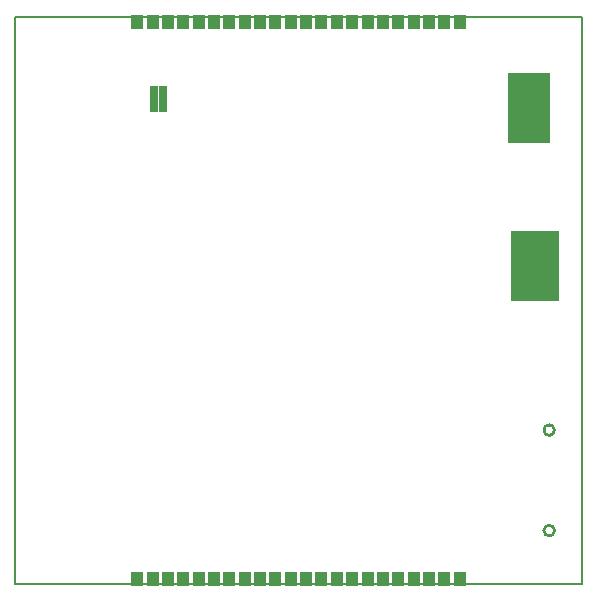
<source format=gbs>
%FSLAX25Y25*%
%MOIN*%
G70*
G01*
G75*
G04 Layer_Color=16711935*
%ADD10C,0.01500*%
%ADD11C,0.00800*%
%ADD12C,0.01000*%
%ADD13R,0.07874X0.07874*%
%ADD14O,0.01969X0.03543*%
%ADD15R,0.01969X0.03543*%
%ADD16O,0.01969X0.03543*%
%ADD17R,0.03937X0.05118*%
%ADD18R,0.02362X0.02362*%
%ADD19R,0.02756X0.03347*%
%ADD20R,0.02362X0.02362*%
%ADD21R,0.03347X0.02756*%
%ADD22R,0.07874X0.07874*%
%ADD23R,0.01181X0.01378*%
%ADD24R,0.00984X0.01378*%
%ADD25R,0.01181X0.01181*%
%ADD26R,0.03937X0.03150*%
%ADD27R,0.07874X0.06000*%
%ADD28R,0.07000X0.03150*%
%ADD29R,0.08268X0.02756*%
%ADD30R,0.04843X0.02559*%
%ADD31R,0.03347X0.01575*%
%ADD32R,0.11811X0.08661*%
%ADD33R,0.05906X0.03937*%
%ADD34R,0.03937X0.02362*%
%ADD35O,0.04724X0.00984*%
%ADD36O,0.00984X0.04724*%
%ADD37O,0.01772X0.04724*%
%ADD38O,0.04724X0.01772*%
%ADD39R,0.01772X0.04724*%
%ADD40R,0.06693X0.07874*%
%ADD41R,0.15748X0.09843*%
%ADD42R,0.07087X0.08661*%
%ADD43O,0.05906X0.09843*%
%ADD44R,0.05315X0.02559*%
%ADD45R,0.02362X0.03937*%
%ADD46R,0.02362X0.05906*%
%ADD47R,0.09843X0.01969*%
%ADD48R,0.03150X0.03937*%
%ADD49R,0.11811X0.09843*%
%ADD50O,0.02362X0.07087*%
%ADD51O,0.07087X0.02362*%
%ADD52C,0.02000*%
%ADD53C,0.03000*%
%ADD54C,0.04000*%
%ADD55C,0.00500*%
%ADD56C,0.00600*%
%ADD57R,0.13900X0.08300*%
%ADD58R,0.12600X0.12100*%
%ADD59R,0.08000X0.21700*%
%ADD60R,0.12900X0.12000*%
%ADD61R,0.20000X0.24300*%
%ADD62R,0.17900X0.23800*%
%ADD63R,0.03543X0.03937*%
%ADD64C,0.02000*%
%ADD65C,0.03000*%
%ADD66C,0.04000*%
%ADD67R,0.01969X0.07874*%
%ADD68R,0.08800X0.12000*%
%ADD69R,0.11500X0.17000*%
%ADD70R,0.03600X0.47300*%
%ADD71R,0.10500X0.02800*%
%ADD72R,0.03700X0.17600*%
%ADD73R,0.06000X0.01400*%
%ADD74R,0.10800X0.14700*%
%ADD75R,0.11600X0.20800*%
%ADD76R,0.12800X0.23400*%
%ADD77C,0.00300*%
%ADD78C,0.00493*%
%ADD79C,0.00787*%
%ADD80C,0.00400*%
%ADD81C,0.00591*%
%ADD82C,0.00700*%
%ADD83R,0.11811X0.01575*%
%ADD84R,0.02756X0.04724*%
%ADD85R,0.03543X0.01968*%
%ADD86C,0.01575*%
%ADD87R,0.08674X0.08674*%
%ADD88O,0.02769X0.04343*%
%ADD89R,0.02769X0.04343*%
%ADD90O,0.02769X0.04343*%
%ADD91R,0.04737X0.05918*%
%ADD92R,0.03162X0.03162*%
%ADD93R,0.03556X0.04147*%
%ADD94R,0.03162X0.03162*%
%ADD95R,0.04147X0.03556*%
%ADD96R,0.08674X0.08674*%
%ADD97R,0.01981X0.02178*%
%ADD98R,0.01784X0.02178*%
%ADD99R,0.01981X0.01981*%
%ADD100R,0.04737X0.03950*%
%ADD101R,0.08674X0.06800*%
%ADD102R,0.07800X0.03950*%
%ADD103R,0.09068X0.03556*%
%ADD104R,0.05643X0.03359*%
%ADD105R,0.04147X0.02375*%
%ADD106R,0.12611X0.09461*%
%ADD107R,0.06706X0.04737*%
%ADD108R,0.04737X0.03162*%
%ADD109O,0.05524X0.01784*%
%ADD110O,0.01784X0.05524*%
%ADD111O,0.02572X0.05524*%
%ADD112O,0.05524X0.02572*%
%ADD113R,0.02572X0.05524*%
%ADD114R,0.07493X0.08674*%
%ADD115R,0.16548X0.10642*%
%ADD116R,0.07887X0.09461*%
%ADD117O,0.06706X0.10642*%
%ADD118R,0.06115X0.03359*%
%ADD119R,0.03162X0.04737*%
%ADD120R,0.03162X0.06706*%
%ADD121R,0.10642X0.02769*%
%ADD122R,0.03950X0.04737*%
%ADD123R,0.12611X0.10642*%
%ADD124O,0.03162X0.07887*%
%ADD125O,0.07887X0.03162*%
%ADD126R,0.04343X0.04737*%
%ADD127R,0.16200X0.23300*%
%ADD128R,0.14400X0.23500*%
%ADD129R,0.02769X0.08674*%
D12*
X179853Y17691D02*
G03*
X179853Y17691I-1772J0D01*
G01*
Y51155D02*
G03*
X179853Y51155I-1772J0D01*
G01*
D55*
X0Y0D02*
Y188976D01*
Y0D02*
X188976D01*
Y188976D01*
X0D02*
X188976D01*
D126*
X148228Y1668D02*
D03*
X143110D02*
D03*
X137992D02*
D03*
X132874D02*
D03*
X127756D02*
D03*
X122638D02*
D03*
X117520D02*
D03*
X112402D02*
D03*
X107283D02*
D03*
X102165D02*
D03*
X97047D02*
D03*
X91929D02*
D03*
X86811D02*
D03*
X81693D02*
D03*
X76575D02*
D03*
X71457D02*
D03*
X66339D02*
D03*
X61221D02*
D03*
X56102D02*
D03*
X50984D02*
D03*
X45866D02*
D03*
X40748D02*
D03*
X40748Y187308D02*
D03*
X45866D02*
D03*
X50984D02*
D03*
X56102D02*
D03*
X61221D02*
D03*
X66339D02*
D03*
X71457D02*
D03*
X76575D02*
D03*
X81693D02*
D03*
X86811D02*
D03*
X91929D02*
D03*
X97047D02*
D03*
X102165D02*
D03*
X107283D02*
D03*
X112402D02*
D03*
X117520D02*
D03*
X122638D02*
D03*
X127756D02*
D03*
X132874D02*
D03*
X137992D02*
D03*
X143110D02*
D03*
X148228D02*
D03*
D127*
X173400Y105950D02*
D03*
D128*
X171200Y158650D02*
D03*
D129*
X49200Y161600D02*
D03*
X46247D02*
D03*
M02*

</source>
